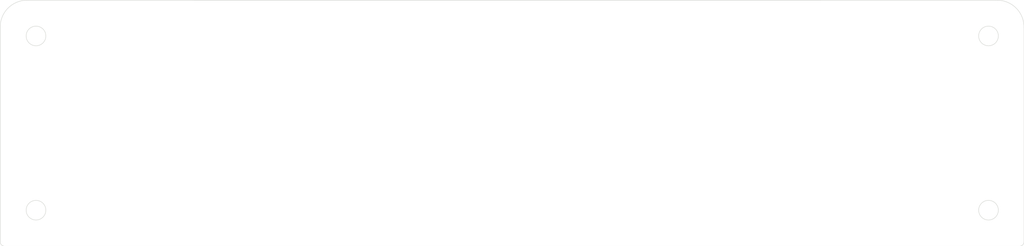
<source format=kicad_pcb>
(kicad_pcb
	(version 20241229)
	(generator "pcbnew")
	(generator_version "9.0")
	(general
		(thickness 1.6)
		(legacy_teardrops no)
	)
	(paper "A4")
	(layers
		(0 "F.Cu" signal)
		(2 "B.Cu" signal)
		(9 "F.Adhes" user "F.Adhesive")
		(11 "B.Adhes" user "B.Adhesive")
		(13 "F.Paste" user)
		(15 "B.Paste" user)
		(5 "F.SilkS" user "F.Silkscreen")
		(7 "B.SilkS" user "B.Silkscreen")
		(1 "F.Mask" user)
		(3 "B.Mask" user)
		(17 "Dwgs.User" user "User.Drawings")
		(19 "Cmts.User" user "User.Comments")
		(21 "Eco1.User" user "User.Eco1")
		(23 "Eco2.User" user "User.Eco2")
		(25 "Edge.Cuts" user)
		(27 "Margin" user)
		(31 "F.CrtYd" user "F.Courtyard")
		(29 "B.CrtYd" user "B.Courtyard")
		(35 "F.Fab" user)
		(33 "B.Fab" user)
		(39 "User.1" user)
		(41 "User.2" user)
		(43 "User.3" user)
		(45 "User.4" user)
	)
	(setup
		(stackup
			(layer "F.SilkS"
				(type "Top Silk Screen")
			)
			(layer "F.Paste"
				(type "Top Solder Paste")
			)
			(layer "F.Mask"
				(type "Top Solder Mask")
				(thickness 0.01)
			)
			(layer "F.Cu"
				(type "copper")
				(thickness 0.035)
			)
			(layer "dielectric 1"
				(type "core")
				(thickness 1.51)
				(material "FR4")
				(epsilon_r 4.5)
				(loss_tangent 0.02)
			)
			(layer "B.Cu"
				(type "copper")
				(thickness 0.035)
			)
			(layer "B.Mask"
				(type "Bottom Solder Mask")
				(thickness 0.01)
			)
			(layer "B.Paste"
				(type "Bottom Solder Paste")
			)
			(layer "B.SilkS"
				(type "Bottom Silk Screen")
			)
			(copper_finish "None")
			(dielectric_constraints no)
		)
		(pad_to_mask_clearance 0)
		(allow_soldermask_bridges_in_footprints no)
		(tenting front back)
		(grid_origin 57.15 38.1)
		(pcbplotparams
			(layerselection 0x00000000_00000000_55555555_57555550)
			(plot_on_all_layers_selection 0x00000000_00000000_00000000_00000000)
			(disableapertmacros no)
			(usegerberextensions no)
			(usegerberattributes yes)
			(usegerberadvancedattributes yes)
			(creategerberjobfile yes)
			(dashed_line_dash_ratio 12.000000)
			(dashed_line_gap_ratio 3.000000)
			(svgprecision 4)
			(plotframeref no)
			(mode 1)
			(useauxorigin no)
			(hpglpennumber 1)
			(hpglpenspeed 20)
			(hpglpendiameter 15.000000)
			(pdf_front_fp_property_popups yes)
			(pdf_back_fp_property_popups yes)
			(pdf_metadata yes)
			(pdf_single_document no)
			(dxfpolygonmode yes)
			(dxfimperialunits yes)
			(dxfusepcbnewfont yes)
			(psnegative no)
			(psa4output no)
			(plot_black_and_white yes)
			(sketchpadsonfab no)
			(plotpadnumbers no)
			(hidednponfab no)
			(sketchdnponfab no)
			(crossoutdnponfab no)
			(subtractmaskfromsilk no)
			(outputformat 5)
			(mirror no)
			(drillshape 0)
			(scaleselection 1)
			(outputdirectory "production/")
		)
	)
	(net 0 "")
	(gr_arc
		(start 181.003553 66.13)
		(mid 180.857106 66.483553)
		(end 180.503553 66.63)
		(stroke
			(width 0.05)
			(type default)
		)
		(layer "Edge.Cuts")
		(uuid "07e7f7a9-7112-47e4-ae4d-a463efd52114")
	)
	(gr_circle
		(center 177.04 62.6)
		(end 178.14 62.6)
		(stroke
			(width 0.05)
			(type solid)
		)
		(fill no)
		(layer "Edge.Cuts")
		(uuid "0edd4d70-2558-449e-a771-f3acd63f34f0")
	)
	(gr_line
		(start 66.653553 66.13)
		(end 66.653553 42.1)
		(stroke
			(width 0.05)
			(type default)
		)
		(layer "Edge.Cuts")
		(uuid "17348c71-fb81-4986-8d80-bb5c01357293")
	)
	(gr_circle
		(center 70.65 62.6)
		(end 71.75 62.6)
		(stroke
			(width 0.05)
			(type solid)
		)
		(fill no)
		(layer "Edge.Cuts")
		(uuid "26def843-28f6-4456-8664-c3cc4693356c")
	)
	(gr_arc
		(start 178.003553 39.1)
		(mid 180.124873 39.97868)
		(end 181.003553 42.1)
		(stroke
			(width 0.05)
			(type default)
		)
		(layer "Edge.Cuts")
		(uuid "2b041d43-faaf-415e-8866-0e476fc1bc5b")
	)
	(gr_arc
		(start 66.653553 42.1)
		(mid 67.532233 39.97868)
		(end 69.653553 39.1)
		(stroke
			(width 0.05)
			(type default)
		)
		(layer "Edge.Cuts")
		(uuid "4ae15535-5a79-4fbe-99d4-22bafc122bd0")
	)
	(gr_circle
		(center 70.65 43.1)
		(end 71.75 43.1)
		(stroke
			(width 0.05)
			(type solid)
		)
		(fill no)
		(layer "Edge.Cuts")
		(uuid "515f89b2-78c9-475e-886d-f9a911664e2d")
	)
	(gr_circle
		(center 177.04 43.1)
		(end 178.14 43.1)
		(stroke
			(width 0.05)
			(type solid)
		)
		(fill no)
		(layer "Edge.Cuts")
		(uuid "5bf77839-44b4-455d-8a95-3a6eb260e306")
	)
	(gr_line
		(start 69.653553 39.1)
		(end 178.003553 39.100001)
		(stroke
			(width 0.05)
			(type default)
		)
		(layer "Edge.Cuts")
		(uuid "63771a61-f896-44ce-8507-8764be3ea673")
	)
	(gr_line
		(start 180.503553 66.63)
		(end 67.153553 66.63)
		(stroke
			(width 0.05)
			(type default)
		)
		(layer "Edge.Cuts")
		(uuid "b2d15fbb-dddf-4112-8482-29063cad5e3b")
	)
	(gr_arc
		(start 67.153553 66.63)
		(mid 66.8 66.483553)
		(end 66.653553 66.13)
		(stroke
			(width 0.05)
			(type default)
		)
		(layer "Edge.Cuts")
		(uuid "dd9ca8ab-648e-4ca0-9fc7-19bbc2572cdf")
	)
	(gr_line
		(start 181.003553 42.1)
		(end 181.003553 66.13)
		(stroke
			(width 0.05)
			(type default)
		)
		(layer "Edge.Cuts")
		(uuid "f0e10bd6-a7e5-4d2e-b1ef-3aa96fd0c479")
	)
	(gr_line
		(start 88.3 39.1)
		(end 158.3 39.1)
		(stroke
			(width 0.05)
			(type default)
		)
		(layer "Edge.Cuts")
		(uuid "f720c273-8f63-4716-b167-41cf5bf2dcb5")
	)
	(embedded_fonts no)
)

</source>
